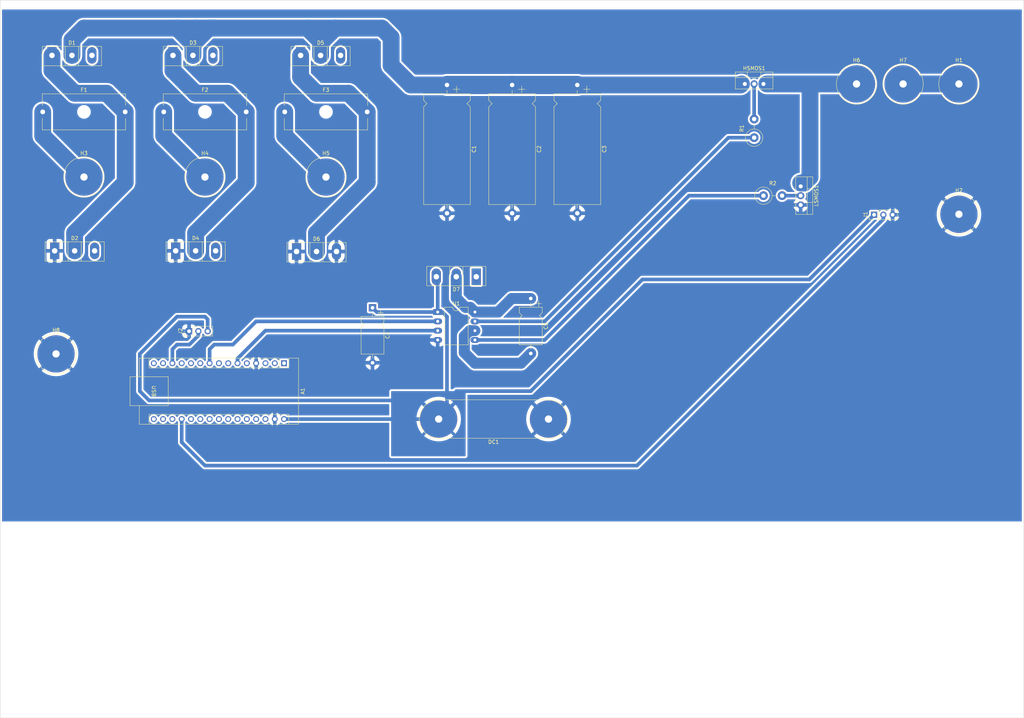
<source format=kicad_pcb>
(kicad_pcb (version 20211014) (generator pcbnew)
  (layers (0 "F.Cu" signal) (31 "B.Cu" signal) (34 "B.Paste" user) (35 "F.Paste" user) (36 "B.SilkS" user "B.Silkscreen") (37 "F.SilkS" user "F.Silkscreen") (38 "B.Mask" user) (39 "F.Mask" user) (44 "Edge.Cuts" user))
  (net 0 "")
  (net 3 "GND")
  (net 4 "sd")
  (net 5 "gate_driver_in")
  (net 23 "+5V")
  (net 25 "Net-(D1-Pad1)")
  (net 26 "Net-(C1-Pad1)")
  (net 29 "Net-(D3-Pad1)")
  (net 32 "Net-(D5-Pad1)")
  (net 35 "Net-(D7-Pad2)")
  (net 36 "Net-(C5-Pad2)")
  (net 37 "Net-(HSMOS1-Pad2)")
  (net 38 "Net-(HSMOS1-Pad3)")
  (net 39 "Net-(LSMOS1-Pad2)")
  (net 40 "HO")
  (net 41 "LO")
  (net 42 "Net-(A1-Pad19)")
  (net 43 "Net-(F1-Pad1)")
  (net 44 "Net-(F2-Pad1)")
  (net 45 "Net-(H5-Pad1)")
  (net 46 "Net-(H1-Pad1)")
  (net 49 "Net-(A1-Pad13)")
  (footprint "Fuse:Fuseholder_Cylinder-5x20mm_Schurter_0031_8201_Horizontal_Open" (layer "F.Cu") (at 82.73 33.02)
    (fp_text reference "F3" (at 11.25 -6) (layer "F.SilkS"))
    (fp_text value "FuseC")
    (fp_line (start -0.11 -1.75) (end -0.11 -4.91) (layer "F.SilkS") (width 0.12))
    (fp_line (start -0.11 4.91) (end -0.11 1.75) (layer "F.SilkS") (width 0.12))
    (fp_line (start 22.61 4.91) (end 22.61 1.75) (layer "F.SilkS") (width 0.12))
    (fp_line (start -0.11 4.91) (end 22.61 4.91) (layer "F.SilkS") (width 0.12))
    (fp_line (start -0.11 -4.91) (end 22.61 -4.91) (layer "F.SilkS") (width 0.12))
    (fp_line (start 22.61 -1.75) (end 22.61 -4.91) (layer "F.SilkS") (width 0.12))
    (pad "" np_thru_hole circle (at 11.25 0) (size 2.7 2.7) (drill 2.7) (layers *.Cu *.Mask))
    (pad "1" thru_hole circle (at 0 0) (size 3 3) (drill 1.3) (layers *.Cu *.Mask) (net 45 "Net-(H5-Pad1)"))
    (pad "2" thru_hole circle (at 22.5 0) (size 3 3) (drill 1.3) (layers *.Cu *.Mask) (net 32 "Net-(D5-Pad1)"))
  )
  (footprint "Resistor_THT:R_Axial_DIN0414_L11.9mm_D4.5mm_P5.08mm_Vertical" (layer "F.Cu") (at 213.36 55.88)
    (fp_text reference "R2" (at 2.54 -3.37) (layer "F.SilkS"))
    (fp_text value "R")
    (fp_line (start 2.37 0) (end 3.58 0) (layer "F.SilkS") (width 0.12))
    (fp_circle (center 0 0) (end 2.37 0) (layer "F.SilkS") (width 0.12) (fill none))
    (pad "1" thru_hole circle (at 0 0) (size 2.4 2.4) (drill 1.2) (layers *.Cu *.Mask) (net 41 "LO"))
    (pad "2" thru_hole oval (at 5.08 0) (size 2.4 2.4) (drill 1.2) (layers *.Cu *.Mask) (net 39 "Net-(LSMOS1-Pad2)"))
  )
  (footprint "Package_DIP:DIP-8_W10.16mm_LongPads" (layer "F.Cu") (at 124.465 87.64)
    (fp_text reference "U1" (at 5.08 -2.33) (layer "F.SilkS"))
    (fp_text value "IR2104")
    (fp_line (start 4.08 -1.33) (end 1.845 -1.33) (layer "F.SilkS") (width 0.12))
    (fp_line (start 8.315 8.95) (end 8.315 -1.33) (layer "F.SilkS") (width 0.12))
    (fp_line (start 1.845 8.95) (end 8.315 8.95) (layer "F.SilkS") (width 0.12))
    (fp_line (start 8.315 -1.33) (end 6.08 -1.33) (layer "F.SilkS") (width 0.12))
    (fp_line (start 1.845 -1.33) (end 1.845 8.95) (layer "F.SilkS") (width 0.12))
    (fp_arc (start 6.08 -1.33) (mid 5.08 -0.33) (end 4.08 -1.33) (layer "F.SilkS") (width 0.12))
    (pad "1" thru_hole rect (at 0 0) (size 2.4 1.6) (drill 0.8) (layers *.Cu *.Mask) (net 23 "+5V"))
    (pad "2" thru_hole oval (at 0 2.54) (size 2.4 1.6) (drill 0.8) (layers *.Cu *.Mask) (net 5 "gate_driver_in"))
    (pad "3" thru_hole oval (at 0 5.08) (size 2.4 1.6) (drill 0.8) (layers *.Cu *.Mask) (net 4 "sd"))
    (pad "4" thru_hole oval (at 0 7.62) (size 2.4 1.6) (drill 0.8) (layers *.Cu *.Mask) (net 3 "GND"))
    (pad "5" thru_hole oval (at 10.16 7.62) (size 2.4 1.6) (drill 0.8) (layers *.Cu *.Mask) (net 41 "LO"))
    (pad "6" thru_hole oval (at 10.16 5.08) (size 2.4 1.6) (drill 0.8) (layers *.Cu *.Mask) (net 36 "Net-(C5-Pad2)"))
    (pad "7" thru_hole oval (at 10.16 2.54) (size 2.4 1.6) (drill 0.8) (layers *.Cu *.Mask) (net 40 "HO"))
    (pad "8" thru_hole oval (at 10.16 0) (size 2.4 1.6) (drill 0.8) (layers *.Cu *.Mask) (net 35 "Net-(D7-Pad2)"))
  )
  (footprint "Package_TO_SOT_THT:TO-247-3_Vertical" (layer "F.Cu") (at 134.99 78.0065 180)
    (fp_text reference "D7" (at 5.45 -3.45) (layer "F.SilkS"))
    (fp_text value "C3D20060D")
    (fp_line (start 3.646 -2.451) (end 3.646 2.82) (layer "F.SilkS") (width 0.12))
    (fp_line (start 13.52 -2.451) (end 13.52 2.82) (layer "F.SilkS") (width 0.12))
    (fp_line (start -2.62 -2.451) (end 13.52 -2.451) (layer "F.SilkS") (width 0.12))
    (fp_line (start -2.62 -2.451) (end -2.62 2.82) (layer "F.SilkS") (width 0.12))
    (fp_line (start -2.62 2.82) (end 13.52 2.82) (layer "F.SilkS") (width 0.12))
    (fp_line (start 7.255 -2.451) (end 7.255 2.82) (layer "F.SilkS") (width 0.12))
    (pad "1" thru_hole rect (at 0 0 180) (size 2.5 4.5) (drill 1.5) (layers *.Cu *.Mask))
    (pad "2" thru_hole oval (at 5.45 0 180) (size 2.5 4.5) (drill 1.5) (layers *.Cu *.Mask) (net 35 "Net-(D7-Pad2)"))
    (pad "3" thru_hole oval (at 10.9 0 180) (size 2.5 4.5) (drill 1.5) (layers *.Cu *.Mask) (net 23 "+5V"))
  )
  (footprint "Fuse:Fuseholder_Cylinder-5x20mm_Schurter_0031_8201_Horizontal_Open" (layer "F.Cu") (at 49.71 33.02)
    (fp_text reference "F2" (at 11.25 -6) (layer "F.SilkS"))
    (fp_text value "FuseB")
    (fp_line (start 22.61 4.91) (end 22.61 1.75) (layer "F.SilkS") (width 0.12))
    (fp_line (start -0.11 4.91) (end 22.61 4.91) (layer "F.SilkS") (width 0.12))
    (fp_line (start -0.11 4.91) (end -0.11 1.75) (layer "F.SilkS") (width 0.12))
    (fp_line (start 22.61 -1.75) (end 22.61 -4.91) (layer "F.SilkS") (width 0.12))
    (fp_line (start -0.11 -1.75) (end -0.11 -4.91) (layer "F.SilkS") (width 0.12))
    (fp_line (start -0.11 -4.91) (end 22.61 -4.91) (layer "F.SilkS") (width 0.12))
    (pad "" np_thru_hole circle (at 11.25 0) (size 2.7 2.7) (drill 2.7) (layers *.Cu *.Mask))
    (pad "1" thru_hole circle (at 0 0) (size 3 3) (drill 1.3) (layers *.Cu *.Mask) (net 44 "Net-(F2-Pad1)"))
    (pad "2" thru_hole circle (at 22.5 0) (size 3 3) (drill 1.3) (layers *.Cu *.Mask) (net 29 "Net-(D3-Pad1)"))
  )
  (footprint "Package_TO_SOT_THT:TO-247-3_Vertical" (layer "F.Cu") (at 52.235 17.6045)
    (fp_text reference "D3" (at 5.45 -3.45) (layer "F.SilkS"))
    (fp_text value "C3D20060D")
    (fp_line (start -2.62 -2.451) (end 13.52 -2.451) (layer "F.SilkS") (width 0.12))
    (fp_line (start 3.646 -2.451) (end 3.646 2.82) (layer "F.SilkS") (width 0.12))
    (fp_line (start 13.52 -2.451) (end 13.52 2.82) (layer "F.SilkS") (width 0.12))
    (fp_line (start -2.62 2.82) (end 13.52 2.82) (layer "F.SilkS") (width 0.12))
    (fp_line (start -2.62 -2.451) (end -2.62 2.82) (layer "F.SilkS") (width 0.12))
    (fp_line (start 7.255 -2.451) (end 7.255 2.82) (layer "F.SilkS") (width 0.12))
    (pad "1" thru_hole rect (at 0 0) (size 2.5 4.5) (drill 1.5) (layers *.Cu *.Mask) (net 29 "Net-(D3-Pad1)"))
    (pad "2" thru_hole oval (at 5.45 0) (size 2.5 4.5) (drill 1.5) (layers *.Cu *.Mask) (net 26 "Net-(C1-Pad1)"))
    (pad "3" thru_hole oval (at 10.9 0) (size 2.5 4.5) (drill 1.5) (layers *.Cu *.Mask))
  )
  (footprint "Resistor_THT:R_Axial_DIN0414_L11.9mm_D4.5mm_P5.08mm_Vertical" (layer "F.Cu") (at 210.82 40.06 90)
    (fp_text reference "R1" (at 2.54 -3.37 90) (layer "F.SilkS"))
    (fp_text value "R")
    (fp_line (start 2.37 0) (end 3.58 0) (layer "F.SilkS") (width 0.12))
    (fp_circle (center 0 0) (end 2.37 0) (layer "F.SilkS") (width 0.12) (fill none))
    (pad "1" thru_hole circle (at 0 0 90) (size 2.4 2.4) (drill 1.2) (layers *.Cu *.Mask) (net 40 "HO"))
    (pad "2" thru_hole oval (at 5.08 0 90) (size 2.4 2.4) (drill 1.2) (layers *.Cu *.Mask) (net 37 "Net-(HSMOS1-Pad2)"))
  )
  (footprint "Package_TO_SOT_THT:TO-220-3_Vertical" (layer "F.Cu") (at 208.28 25.4)
    (fp_text reference "HSMOS1" (at 2.54 -4.27) (layer "F.SilkS"))
    (fp_text value "IRF40DM229")
    (fp_line (start 7.66 -3.27) (end 7.66 1.371) (layer "F.SilkS") (width 0.12))
    (fp_line (start -2.58 -3.27) (end 7.66 -3.27) (layer "F.SilkS") (width 0.12))
    (fp_line (start 0.69 -3.27) (end 0.69 -1.76) (layer "F.SilkS") (width 0.12))
    (fp_line (start -2.58 1.371) (end 7.66 1.371) (layer "F.SilkS") (width 0.12))
    (fp_line (start -2.58 -3.27) (end -2.58 1.371) (layer "F.SilkS") (width 0.12))
    (fp_line (start -2.58 -1.76) (end 7.66 -1.76) (layer "F.SilkS") (width 0.12))
    (fp_line (start 4.391 -3.27) (end 4.391 -1.76) (layer "F.SilkS") (width 0.12))
    (pad "1" thru_hole rect (at 0 0) (size 1.905 2) (drill 1.1) (layers *.Cu *.Mask) (net 26 "Net-(C1-Pad1)"))
    (pad "2" thru_hole oval (at 2.54 0) (size 1.905 2) (drill 1.1) (layers *.Cu *.Mask) (net 37 "Net-(HSMOS1-Pad2)"))
    (pad "3" thru_hole oval (at 5.08 0) (size 1.905 2) (drill 1.1) (layers *.Cu *.Mask) (net 38 "Net-(HSMOS1-Pad3)"))
  )
  (footprint "Package_TO_SOT_THT:TO-247-3_Vertical" (layer "F.Cu") (at 19.215 17.6045)
    (fp_text reference "D1" (at 5.45 -3.45) (layer "F.SilkS"))
    (fp_text value "C3D20060D")
    (fp_line (start -2.62 -2.451) (end 13.52 -2.451) (layer "F.SilkS") (width 0.12))
    (fp_line (start 7.255 -2.451) (end 7.255 2.82) (layer "F.SilkS") (width 0.12))
    (fp_line (start 13.52 -2.451) (end 13.52 2.82) (layer "F.SilkS") (width 0.12))
    (fp_line (start 3.646 -2.451) (end 3.646 2.82) (layer "F.SilkS") (width 0.12))
    (fp_line (start -2.62 -2.451) (end -2.62 2.82) (layer "F.SilkS") (width 0.12))
    (fp_line (start -2.62 2.82) (end 13.52 2.82) (layer "F.SilkS") (width 0.12))
    (pad "1" thru_hole rect (at 0 0) (size 2.5 4.5) (drill 1.5) (layers *.Cu *.Mask) (net 25 "Net-(D1-Pad1)"))
    (pad "2" thru_hole oval (at 5.45 0) (size 2.5 4.5) (drill 1.5) (layers *.Cu *.Mask) (net 26 "Net-(C1-Pad1)"))
    (pad "3" thru_hole oval (at 10.9 0) (size 2.5 4.5) (drill 1.5) (layers *.Cu *.Mask))
  )
  (footprint "Package_TO_SOT_THT:TO-247-3_Vertical" (layer "F.Cu") (at 87.061 17.614)
    (fp_text reference "D5" (at 5.45 -3.45) (layer "F.SilkS"))
    (fp_text value "C3D20060D")
    (fp_line (start -2.62 2.82) (end 13.52 2.82) (layer "F.SilkS") (width 0.12))
    (fp_line (start -2.62 -2.451) (end -2.62 2.82) (layer "F.SilkS") (width 0.12))
    (fp_line (start 7.255 -2.451) (end 7.255 2.82) (layer "F.SilkS") (width 0.12))
    (fp_line (start 13.52 -2.451) (end 13.52 2.82) (layer "F.SilkS") (width 0.12))
    (fp_line (start -2.62 -2.451) (end 13.52 -2.451) (layer "F.SilkS") (width 0.12))
    (fp_line (start 3.646 -2.451) (end 3.646 2.82) (layer "F.SilkS") (width 0.12))
    (pad "1" thru_hole rect (at 0 0) (size 2.5 4.5) (drill 1.5) (layers *.Cu *.Mask) (net 32 "Net-(D5-Pad1)"))
    (pad "2" thru_hole oval (at 5.45 0) (size 2.5 4.5) (drill 1.5) (layers *.Cu *.Mask) (net 26 "Net-(C1-Pad1)"))
    (pad "3" thru_hole oval (at 10.9 0) (size 2.5 4.5) (drill 1.5) (layers *.Cu *.Mask))
  )
  (footprint "Package_TO_SOT_THT:TO-247-3_Vertical" (layer "F.Cu") (at 52.97 70.94)
    (fp_text reference "D4" (at 5.45 -3.45) (layer "F.SilkS"))
    (fp_text value "C3D20060D")
    (fp_line (start 13.52 -2.451) (end 13.52 2.82) (layer "F.SilkS") (width 0.12))
    (fp_line (start 3.646 -2.451) (end 3.646 2.82) (layer "F.SilkS") (width 0.12))
    (fp_line (start -2.62 -2.451) (end -2.62 2.82) (layer "F.SilkS") (width 0.12))
    (fp_line (start 7.255 -2.451) (end 7.255 2.82) (layer "F.SilkS") (width 0.12))
    (fp_line (start -2.62 -2.451) (end 13.52 -2.451) (layer "F.SilkS") (width 0.12))
    (fp_line (start -2.62 2.82) (end 13.52 2.82) (layer "F.SilkS") (width 0.12))
    (pad "1" thru_hole rect (at 0 0) (size 2.5 4.5) (drill 1.5) (layers *.Cu *.Mask) (net 3 "GND"))
    (pad "2" thru_hole oval (at 5.45 0) (size 2.5 4.5) (drill 1.5) (layers *.Cu *.Mask) (net 29 "Net-(D3-Pad1)"))
    (pad "3" thru_hole oval (at 10.9 0) (size 2.5 4.5) (drill 1.5) (layers *.Cu *.Mask))
  )
  (footprint "Connector:Banana_Jack_1Pin" (layer "F.Cu") (at 251.46 25.4)
    (fp_text reference "H7" (at 0 -6.5) (layer "F.SilkS"))
    (fp_text value "CS2")
    (fp_circle (center 0 0) (end 5.5 0) (layer "F.SilkS") (width 0.12) (fill none))
    (pad "1" thru_hole circle (at 0 0) (size 10.16 10.16) (drill 2) (layers *.Cu *.Mask) (net 46 "Net-(H1-Pad1)"))
  )
  (footprint "Capacitor_THT:CP_Axial_L10.0mm_D6.0mm_P15.00mm_Horizontal" (layer "F.Cu") (at 149.86 83.94 -90)
    (fp_text reference "C5" (at 7.5 -4.12 90) (layer "F.SilkS"))
    (fp_text value "C")
    (fp_line (start 4.63 2.37) (end 5.38 3.12) (layer "F.SilkS") (width 0.12))
    (fp_line (start 13.76 0) (end 12.62 0) (layer "F.SilkS") (width 0.12))
    (fp_line (start 2.38 -3.12) (end 3.88 -3.12) (layer "F.SilkS") (width 0.12))
    (fp_line (start 12.62 -3.12) (end 12.62 3.12) (layer "F.SilkS") (width 0.12))
    (fp_line (start 3.88 3.12) (end 4.63 2.37) (layer "F.SilkS") (width 0.12))
    (fp_line (start 3.88 -3.12) (end 4.63 -2.37) (layer "F.SilkS") (width 0.12))
    (fp_line (start 4.63 -2.37) (end 5.38 -3.12) (layer "F.SilkS") (width 0.12))
    (fp_line (start 2.38 -3.12) (end 2.38 3.12) (layer "F.SilkS") (width 0.12))
    (fp_line (start 5.38 3.12) (end 12.62 3.12) (layer "F.SilkS") (width 0.12))
    (fp_line (start 5.38 -3.12) (end 12.62 -3.12) (layer "F.SilkS") (width 0.12))
    (fp_line (start 0.63 -2.2) (end 2.13 -2.2) (layer "F.SilkS") (width 0.12))
    (fp_line (start 2.38 3.12) (end 3.88 3.12) (layer "F.SilkS") (width 0.12))
    (fp_line (start 1.24 0) (end 2.38 0) (layer "F.SilkS") (width 0.12))
    (fp_line (start 1.38 -2.95) (end 1.38 -1.45) (layer "F.SilkS") (width 0.12))
    (pad "1" thru_hole rect (at 0 0 270) (size 2 2) (drill 1) (layers *.Cu *.Mask) (net 35 "Net-(D7-Pad2)"))
    (pad "2" thru_hole oval (at 15 0 270) (size 2 2) (drill 1) (layers *.Cu *.Mask) (net 36 "Net-(C5-Pad2)"))
  )
  (footprint "Connector:Banana_Jack_1Pin" (layer "F.Cu") (at 60.96 50.8)
    (fp_text reference "H4" (at 0 -6.5) (layer "F.SilkS"))
    (fp_text value "PhaseB")
    (fp_circle (center 0 0) (end 5.5 0) (layer "F.SilkS") (width 0.12) (fill none))
    (pad "1" thru_hole circle (at 0 0) (size 10.16 10.16) (drill 2) (layers *.Cu *.Mask) (net 44 "Net-(F2-Pad1)"))
  )
  (footprint "Connector:Banana_Jack_2Pin" (layer "F.Cu") (at 154.7 116.84 180)
    (fp_text reference "DC1" (at 14.985 -6.24) (layer "F.SilkS"))
    (fp_text value "Conn_01x02_MountingPin")
    (fp_line (start 30 -5.25) (end 0 -5.25) (layer "F.SilkS") (width 0.12))
    (fp_line (start 0 5.25) (end 30 5.25) (layer "F.SilkS") (width 0.12))
    (fp_arc (start 30 -5.25) (mid 35.25 0) (end 30 5.25) (layer "F.SilkS") (width 0.12))
    (fp_arc (start 0 5.25) (mid -5.25 0) (end 0 -5.25) (layer "F.SilkS") (width 0.12))
    (pad "1" thru_hole circle (at 0 0 180) (size 10.16 10.16) (drill 2) (layers *.Cu *.Mask) (net 3 "GND"))
    (pad "2" thru_hole circle (at 29.97 0 180) (size 10.16 10.16) (drill 2) (layers *.Cu *.Mask) (net 23 "+5V"))
  )
  (footprint "Connector:Banana_Jack_1Pin" (layer "F.Cu") (at 238.76 25.4)
    (fp_text reference "H6" (at 0 -6.5) (layer "F.SilkS"))
    (fp_text value "CS1")
    (fp_circle (center 0 0) (end 5.5 0) (layer "F.SilkS") (width 0.12) (fill none))
    (pad "1" thru_hole circle (at 0 0) (size 10.16 10.16) (drill 2) (layers *.Cu *.Mask) (net 38 "Net-(HSMOS1-Pad3)"))
  )
  (footprint "Connector_PinHeader_2.54mm:PinHeader_1x03_P2.54mm_Vertical" (layer "F.Cu") (at 56.62 92.8625 90)
    (fp_text reference "J2" (at 0 -2.33 90) (layer "F.SilkS"))
    (fp_text value "IRsensor")
    (fp_line (start -1.33 1.27) (end -1.33 6.41) (layer "F.SilkS") (width 0.12))
    (fp_line (start 1.33 1.27) (end 1.33 6.41) (layer "F.SilkS") (width 0.12))
    (fp_line (start -1.33 6.41) (end 1.33 6.41) (layer "F.SilkS") (width 0.12))
    (fp_line (start -1.33 -1.33) (end 0 -1.33) (layer "F.SilkS") (width 0.12))
    (fp_line (start -1.33 1.27) (end 1.33 1.27) (layer "F.SilkS") (width 0.12))
    (fp_line (start -1.33 0) (end -1.33 -1.33) (layer "F.SilkS") (width 0.12))
    (pad "1" thru_hole rect (at 0 0 90) (size 1.7 1.7) (drill 1) (layers *.Cu *.Mask) (net 3 "GND"))
    (pad "2" thru_hole oval (at 0 2.54 90) (size 1.7 1.7) (drill 1) (layers *.Cu *.Mask) (net 49 "Net-(A1-Pad13)"))
    (pad "3" thru_hole oval (at 0 5.08 90) (size 1.7 1.7) (drill 1) (layers *.Cu *.Mask) (net 23 "+5V"))
  )
  (footprint "Capacitor_THT:CP_Axial_L30.0mm_D12.5mm_P35.00mm_Horizontal" (layer "F.Cu") (at 162.56 25.68 -90)
    (fp_text reference "C3" (at 17.5 -7.37 90) (layer "F.SilkS"))
    (fp_text value "C")
    (fp_line (start 5.08 -5.47) (end 5.98 -6.37) (layer "F.SilkS") (width 0.12))
    (fp_line (start 4.18 -6.37) (end 5.08 -5.47) (layer "F.SilkS") (width 0.12))
    (fp_line (start 2.38 -6.37) (end 4.18 -6.37) (layer "F.SilkS") (width 0.12))
    (fp_line (start 2.38 6.37) (end 4.18 6.37) (layer "F.SilkS") (width 0.12))
    (fp_line (start 32.62 -6.37) (end 32.62 6.37) (layer "F.SilkS") (width 0.12))
    (fp_line (start 2.38 -6.37) (end 2.38 6.37) (layer "F.SilkS") (width 0.12))
    (fp_line (start 33.56 0) (end 32.62 0) (layer "F.SilkS") (width 0.12))
    (fp_line (start 5.98 6.37) (end 32.62 6.37) (layer "F.SilkS") (width 0.12))
    (fp_line (start 1.18 -3.5) (end 1.18 -1.7) (layer "F.SilkS") (width 0.12))
    (fp_line (start 5.08 5.47) (end 5.98 6.37) (layer "F.SilkS") (width 0.12))
    (fp_line (start 1.44 0) (end 2.38 0) (layer "F.SilkS") (width 0.12))
    (fp_line (start 5.98 -6.37) (end 32.62 -6.37) (layer "F.SilkS") (width 0.12))
    (fp_line (start 4.18 6.37) (end 5.08 5.47) (layer "F.SilkS") (width 0.12))
    (fp_line (start 0.28 -2.6) (end 2.08 -2.6) (layer "F.SilkS") (width 0.12))
    (pad "1" thru_hole rect (at 0 0 270) (size 2.4 2.4) (drill 1.2) (layers *.Cu *.Mask) (net 26 "Net-(C1-Pad1)"))
    (pad "2" thru_hole oval (at 35 0 270) (size 2.4 2.4) (drill 1.2) (layers *.Cu *.Mask) (net 3 "GND"))
  )
  (footprint "Package_TO_SOT_THT:TO-247-3_Vertical" (layer "F.Cu") (at 85.95 71.125)
    (fp_text reference "D6" (at 5.45 -3.45) (layer "F.SilkS"))
    (fp_text value "C3D20060D")
    (fp_line (start 13.52 -2.451) (end 13.52 2.82) (layer "F.SilkS") (width 0.12))
    (fp_line (start -2.62 -2.451) (end -2.62 2.82) (layer "F.SilkS") (width 0.12))
    (fp_line (start 7.255 -2.451) (end 7.255 2.82) (layer "F.SilkS") (width 0.12))
    (fp_line (start -2.62 2.82) (end 13.52 2.82) (layer "F.SilkS") (width 0.12))
    (fp_line (start -2.62 -2.451) (end 13.52 -2.451) (layer "F.SilkS") (width 0.12))
    (fp_line (start 3.646 -2.451) (end 3.646 2.82) (layer "F.SilkS") (width 0.12))
    (pad "1" thru_hole rect (at 0 0) (size 2.5 4.5) (drill 1.5) (layers *.Cu *.Mask) (net 3 "GND"))
    (pad "2" thru_hole oval (at 5.45 0) (size 2.5 4.5) (drill 1.5) (layers *.Cu *.Mask) (net 32 "Net-(D5-Pad1)"))
    (pad "3" thru_hole oval (at 10.9 0) (size 2.5 4.5) (drill 1.5) (layers *.Cu *.Mask) (net 3 "GND"))
  )
  (footprint "Connector:Banana_Jack_1Pin" (layer "F.Cu") (at 266.7 25.4)
    (fp_text reference "H1" (at 0 -6.5) (layer "F.SilkS"))
    (fp_text value "A+")
    (fp_circle (center 0 0) (end 5.5 0) (layer "F.SilkS") (width 0.12) (fill none))
    (pad "1" thru_hole circle (at 0 0) (size 10.16 10.16) (drill 2) (layers *.Cu *.Mask) (net 46 "Net-(H1-Pad1)"))
  )
  (footprint "Package_TO_SOT_THT:TO-247-3_Vertical" (layer "F.Cu") (at 19.95 70.94)
    (fp_text reference "D2" (at 5.45 -3.45) (layer "F.SilkS"))
    (fp_text value "C3D20060D")
    (fp_line (start 7.255 -2.451) (end 7.255 2.82) (layer "F.SilkS") (width 0.12))
    (fp_line (start -2.62 -2.451) (end 13.52 -2.451) (layer "F.SilkS") (width 0.12))
    (fp_line (start 13.52 -2.451) (end 13.52 2.82) (layer "F.SilkS") (width 0.12))
    (fp_line (start -2.62 2.82) (end 13.52 2.82) (layer "F.SilkS") (width 0.12))
    (fp_line (start 3.646 -2.451) (end 3.646 2.82) (layer "F.SilkS") (width 0.12))
    (fp_line (start -2.62 -2.451) (end -2.62 2.82) (layer "F.SilkS") (width 0.12))
    (pad "1" thru_hole rect (at 0 0) (size 2.5 4.5) (drill 1.5) (layers *.Cu *.Mask) (net 3 "GND"))
    (pad "2" thru_hole oval (at 5.45 0) (size 2.5 4.5) (drill 1.5) (layers *.Cu *.Mask) (net 25 "Net-(D1-Pad1)"))
    (pad "3" thru_hole oval (at 10.9 0) (size 2.5 4.5) (drill 1.5) (layers *.Cu *.Mask))
  )
  (footprint "Connector:Banana_Jack_1Pin" (layer "F.Cu") (at 27.94 50.8)
    (fp_text reference "H3" (at 0 -6.5) (layer "F.SilkS"))
    (fp_text value "PhaseA")
    (fp_circle (center 0 0) (end 5.5 0) (layer "F.SilkS") (width 0.12) (fill none))
    (pad "1" thru_hole circle (at 0 0) (size 10.16 10.16) (drill 2) (layers *.Cu *.Mask) (net 43 "Net-(F1-Pad1)"))
  )
  (footprint "Connector:Banana_Jack_1Pin" (layer "F.Cu") (at 266.7 60.96)
    (fp_text reference "H2" (at 0 -6.5) (layer "F.SilkS"))
    (fp_text value "A-")
    (fp_circle (center 0 0) (end 5.5 0) (layer "F.SilkS") (width 0.12) (fill none))
    (pad "1" thru_hole circle (at 0 0) (size 10.16 10.16) (drill 2) (layers *.Cu *.Mask) (net 3 "GND"))
  )
  (footprint "Connector:Banana_Jack_1Pin" (layer "F.Cu") (at 93.98 50.8)
    (fp_text reference "H5" (at 0 -6.5) (layer "F.SilkS"))
    (fp_text value "PhaseC")
    (fp_circle (center 0 0) (end 5.5 0) (layer "F.SilkS") (width 0.12) (fill none))
    (pad "1" thru_hole circle (at 0 0) (size 10.16 10.16) (drill 2) (layers *.Cu *.Mask) (net 45 "Net-(H5-Pad1)"))
  )
  (footprint "Capacitor_THT:CP_Axial_L10.0mm_D6.0mm_P15.00mm_Horizontal" (layer "F.Cu") (at 106.68 86.48 -90)
    (fp_text reference "C4" (at 7.5 -4.12 90) (layer "F.SilkS"))
    (fp_text value "C")
    (fp_line (start 1.24 0) (end 2.38 0) (layer "F.SilkS") (width 0.12))
    (fp_line (start 5.38 3.12) (end 12.62 3.12) (layer "F.SilkS") (width 0.12))
    (fp_line (start 12.62 -3.12) (end 12.62 3.12) (layer "F.SilkS") (width 0.12))
    (fp_line (start 2.38 -3.12) (end 2.38 3.12) (layer "F.SilkS") (width 0.12))
    (fp_line (start 4.63 -2.37) (end 5.38 -3.12) (layer "F.SilkS") (width 0.12))
    (fp_line (start 13.76 0) (end 12.62 0) (layer "F.SilkS") (width 0.12))
    (fp_line (start 4.63 2.37) (end 5.38 3.12) (layer "F.SilkS") (width 0.12))
    (fp_line (start 3.88 3.12) (end 4.63 2.37) (layer "F.SilkS") (width 0.12))
    (fp_line (start 1.38 -2.95) (end 1.38 -1.45) (layer "F.SilkS") (width 0.12))
    (fp_line (start 5.38 -3.12) (end 12.62 -3.12) (layer "F.SilkS") (width 0.12))
    (fp_line (start 2.38 3.12) (end 3.88 3.12) (layer "F.SilkS") (width 0.12))
    (fp_line (start 0.63 -2.2) (end 2.13 -2.2) (layer "F.SilkS") (width 0.12))
    (fp_line (start 3.88 -3.12) (end 4.63 -2.37) (layer "F.SilkS") (width 0.12))
    (fp_line (start 2.38 -3.12) (end 3.88 -3.12) (layer "F.SilkS") (width 0.12))
    (pad "1" thru_hole rect (at 0 0 270) (size 2 2) (drill 1) (layers *.Cu *.Mask) (net 23 "+5V"))
    (pad "2" thru_hole oval (at 15 0 270) (size 2 2) (drill 1) (layers *.Cu *.Mask) (net 3 "GND"))
  )
  (footprint "Capacitor_THT:CP_Axial_L30.0mm_D12.5mm_P35.00mm_Horizontal" (layer "F.Cu") (at 144.78 25.68 -90)
    (fp_text reference "C2" (at 17.5 -7.37 90) (layer "F.SilkS"))
    (fp_text value "C")
    (fp_line (start 5.08 -5.47) (end 5.98 -6.37) (layer "F.SilkS") (width 0.12))
    (fp_line (start 33.56 0) (end 32.62 0) (layer "F.SilkS") (width 0.12))
    (fp_line (start 4.18 6.37) (end 5.08 5.47) (layer "F.SilkS") (width 0.12))
    (fp_line (start 1.18 -3.5) (end 1.18 -1.7) (layer "F.SilkS") (width 0.12))
    (fp_line (start 5.98 6.37) (end 32.62 6.37) (layer "F.SilkS") (width 0.12))
    (fp_line (start 2.38 -6.37) (end 2.38 6.37) (layer "F.SilkS") (width 0.12))
    (fp_line (start 32.62 -6.37) (end 32.62 6.37) (layer "F.SilkS") (width 0.12))
    (fp_line (start 4.18 -6.37) (end 5.08 -5.47) (layer "F.SilkS") (width 0.12))
    (fp_line (start 5.08 5.47) (end 5.98 6.37) (layer "F.SilkS") (width 0.12))
    (fp_line (start 0.28 -2.6) (end 2.08 -2.6) (layer "F.SilkS") (width 0.12))
    (fp_line (start 2.38 6.37) (end 4.18 6.37) (layer "F.SilkS") (width 0.12))
    (fp_line (start 5.98 -6.37) (end 32.62 -6.37) (layer "F.SilkS") (width 0.12))
    (fp_line (start 2.38 -6.37) (end 4.18 -6.37) (layer "F.SilkS") (width 0.12))
    (fp_line (start 1.44 0) (end 2.38 0) (layer "F.SilkS") (width 0.12))
    (pad "1" thru_hole rect (at 0 0 270) (size 2.4 2.4) (drill 1.2) (layers *.Cu *.Mask) (net 26 "Net-(C1-Pad1)"))
    (pad "2" thru_hole oval (at 35 0 270) (size 2.4 2.4) (drill 1.2) (layers *.Cu *.Mask) (net 3 "GND"))
  )
  (footprint "Module:Arduino_Nano" (layer "F.Cu") (at 82.55 101.61 -90)
    (fp_text reference "A1" (at 7.62 -5.08 90) (layer "F.SilkS"))
    (fp_text value "Arduino_Nano_Every")
    (fp_text user "USB" (at 7.62 35.56 -90 unlocked) (layer "F.SilkS"))
    (fp_line (start 11.56 31.62) (end 11.56 42.04) (layer "F.SilkS") (width 0.12))
    (fp_line (start 1.27 36.83) (end -1.4 36.83) (layer "F.SilkS") (width 0.12))
    (fp_line (start 16.64 -3.94) (end -1.4 -3.94) (layer "F.SilkS") (width 0.12))
    (fp_line (start -1.4 1.27) (end -1.4 39.5) (layer "F.SilkS") (width 0.12))
    (fp_line (start 13.97 36.83) (end 16.64 36.83) (layer "F.SilkS") (width 0.12))
    (fp_line (start 1.27 -1.27) (end -1.4 -1.27) (layer "F.SilkS") (width 0.12))
    (fp_line (start 16.64 39.5) (end 11.56 39.5) (layer "F.SilkS") (width 0.12))
    (fp_line (start 1.27 1.27) (end -1.4 1.27) (layer "F.SilkS") (width 0.12))
    (fp_line (start 1.27 1.27) (end 1.27 36.83) (layer "F.SilkS") (width 0.12))
    (fp_line (start 1.27 1.27) (end 1.27 -1.27) (layer "F.SilkS") (width 0.12))
    (fp_line (start 13.97 -1.27) (end 13.97 36.83) (layer "F.SilkS") (width 0.12))
    (fp_line (start -1.4 39.5) (end 3.68 39.5) (layer "F.SilkS") (width 0.12))
    (fp_line (start 11.56 42.04) (end 3.68 42.04) (layer "F.SilkS") (width 0.12))
    (fp_line (start 3.68 31.62) (end 11.56 31.62) (layer "F.SilkS") (width 0.12))
    (fp_line (start 3.68 42.04) (end 3.68 31.62) (layer "F.SilkS") (width 0.12))
    (fp_line (start 16.64 39.5) (end 16.64 -3.94) (layer "F.SilkS") (width 0.12))
    (fp_line (start -1.4 -3.94) (end -1.4 -1.27) (layer "F.SilkS") (width 0.12))
    (fp_line (start 13.97 -1.27) (end 16.64 -1.27) (layer "F.SilkS") (width 0.12))
    (pad "1" thru_hole rect (at 0 0 270) (size 1.6 1.6) (drill 1) (layers *.Cu *.Mask))
    (pad "2" thru_hole oval (at 0 2.54 270) (size 1.6 1.6) (drill 1) (layers *.Cu *.Mask))
    (pad "3" thru_hole oval (at 0 5.08 270) (size 1.6 1.6) (drill 1) (layers *.Cu *.Mask))
    (pad "4" thru_hole oval (at 0 7.62 270) (size 1.6 1.6) (drill 1) (layers *.Cu *.Mask) (net 3 "GND"))
    (pad "5" thru_hole oval (at 0 10.16 270) (size 1.6 1.6) (drill 1) (layers *.Cu *.Mask))
    (pad "6" thru_hole oval (at 0 12.7 270) (size 1.6 1.6) (drill 1) (layers *.Cu *.Mask) (net 4 "sd"))
    (pad "7" thru_hole oval (at 0 15.24 270) (size 1.6 1.6) (drill 1) (layers *.Cu *.Mask))
    (pad "8" thru_hole oval (at 0 17.78 270) (size 1.6 1.6) (drill 1) (layers *.Cu *.Mask))
    (pad "9" thru_hole oval (at 0 20.32 270) (size 1.6 1.6) (drill 1) (layers *.Cu *.Mask) (net 5 "gate_driver_in"))
    (pad "10" thru_hole oval (at 0 22.86 270) (size 1.6 1.6) (drill 1) (layers *.Cu *.Mask))
    (pad "11" thru_hole oval (at 0 25.4 270) (size 1.6 1.6) (drill 1) (layers *.Cu *.Mask))
    (pad "12" thru_hole oval (at 0 27.94 270) (size 1.6 1.6) (drill 1) (layers *.Cu *.Mask))
    (pad "13" thru_hole oval (at 0 30.48 270) (size 1.6 1.6) (drill 1) (layers *.Cu *.Mask) (net 49 "Net-(A1-Pad13)"))
    (pad "14" thru_hole oval (at 0 33.02 270) (size 1.6 1.6) (drill 1) (layers *.Cu *.Mask))
    (pad "15" thru_hole oval (at 0 35.56 270) (size 1.6 1.6) (drill 1) (layers *.Cu *.Mask))
    (pad "16" thru_hole oval (at 15.24 35.56 270) (size 1.6 1.6) (drill 1) (layers *.Cu *.Mask))
    (pad "17" thru_hole oval (at 15.24 33.02 270) (size 1.6 1.6) (drill 1) (layers *.Cu *.Mask))
    (pad "18" thru_hole oval (at 15.24 30.48 270) (size 1.6 1.6) (drill 1) (layers *.Cu *.Mask))
    (pad "19" thru_hole oval (at 15.24 27.94 270) (size 1.6 1.6) (drill 1) (layers *.Cu *.Mask) (net 42 "Net-(A1-Pad19)"))
    (pad "20" thru_hole oval (at 15.24 25.4 270) (size 1.6 1.6) (drill 1) (layers *.Cu *.Mask))
    (pad "21" thru_hole oval (at 15.24 22.86 270) (size 1.6 1.6) (drill 1) (layers *.Cu *.Mask))
    (pad "22" thru_hole oval (at 15.24 20.32 270) (size 1.6 1.6) (drill 1) (layers *.Cu *.Mask))
    (pad "23" thru_hole oval (at 15.24 17.78 270) (size 1.6 1.6) (drill 1) (layers *.Cu *.Mask))
    (pad "24" thru_hole oval (at 15.24 15.24 270) (size 1.6 1.6) (drill 1) (layers *.Cu *.Mask))
    (pad "25" thru_hole oval (at 15.24 12.7 270) (size 1.6 1.6) (drill 1) (layers *.Cu *.Mask))
    (pad "26" thru_hole oval (at 15.24 10.16 270) (size 1.6 1.6) (drill 1) (layers *.Cu *.Mask))
    (pad "27" thru_hole oval (at 15.24 7.62 270) (size 1.6 1.6) (drill 1) (layers *.Cu *.Mask))
    (pad "28" thru_hole oval (at 15.24 5.08 270) (size 1.6 1.6) (drill 1) (layers *.Cu *.Mask))
    (pad "29" thru_hole oval (at 15.24 2.54 270) (size 1.6 1.6) (drill 1) (layers *.Cu *.Mask) (net 3 "GND"))
    (pad "30" thru_hole oval (at 15.24 0 270) (size 1.6 1.6) (drill 1) (layers *.Cu *.Mask) (net 23 "+5V"))
  )
  (footprint "Capacitor_THT:CP_Axial_L30.0mm_D12.5mm_P35.00mm_Horizontal" (layer "F.Cu") (at 127 25.68 -90)
    (fp_text reference "C1" (at 17.5 -7.37 90) (layer "F.SilkS"))
    (fp_text value "C")
    (fp_line (start 1.44 0) (end 2.38 0) (layer "F.SilkS") (width 0.12))
    (fp_line (start 32.62 -6.37) (end 32.62 6.37) (layer "F.SilkS") (width 0.12))
    (fp_line (start 2.38 6.37) (end 4.18 6.37) (layer "F.SilkS") (width 0.12))
    (fp_line (start 2.38 -6.37) (end 2.38 6.37) (layer "F.SilkS") (width 0.12))
    (fp_line (start 1.18 -3.5) (end 1.18 -1.7) (layer "F.SilkS") (width 0.12))
    (fp_line (start 5.98 6.37) (end 32.62 6.37) (layer "F.SilkS") (width 0.12))
    (fp_line (start 5.08 5.47) (end 5.98 6.37) (layer "F.SilkS") (width 0.12))
    (fp_line (start 4.18 6.37) (end 5.08 5.47) (layer "F.SilkS") (width 0.12))
    (fp_line (start 5.08 -5.47) (end 5.98 -6.37) (layer "F.SilkS") (width 0.12))
    (fp_line (start 33.56 0) (end 32.62 0) (layer "F.SilkS") (width 0.12))
    (fp_line (start 0.28 -2.6) (end 2.08 -2.6) (layer "F.SilkS") (width 0.12))
    (fp_line (start 5.98 -6.37) (end 32.62 -6.37) (layer "F.SilkS") (width 0.12))
    (fp_line (start 4.18 -6.37) (end 5.08 -5.47) (layer "F.SilkS") (width 0.12))
    (fp_line (start 2.38 -6.37) (end 4.18 -6.37) (layer "F.SilkS") (width 0.12))
    (pad "1" thru_hole rect (at 0 0 270) (size 2.4 2.4) (drill 1.2) (layers *.Cu *.Mask) (net 26 "Net-(C1-Pad1)"))
    (pad "2" thru_hole oval (at 35 0 270) (size 2.4 2.4) (drill 1.2) (layers *.Cu *.Mask) (net 3 "GND"))
  )
  (footprint "Connector:Banana_Jack_1Pin" (layer "F.Cu") (at 20.32 99.06)
    (fp_text reference "H8" (at 0 -6.5) (layer "F.SilkS"))
    (fp_text value "Ground")
    (fp_circle (center 0 0) (end 5.5 0) (layer "F.SilkS") (width 0.12) (fill none))
    (pad "1" thru_hole circle (at 0 0) (size 10.16 10.16) (drill 2) (layers *.Cu *.Mask) (net 3 "GND"))
  )
  (footprint "Package_TO_SOT_THT:TO-220-3_Vertical" (layer "F.Cu") (at 223.52 53.34 -90)
    (fp_text reference "LSMOS1" (at 2.54 -4.27 -90) (layer "F.SilkS"))
    (fp_text value "IRF40DM229")
    (fp_line (start 0.69 -3.27) (end 0.69 -1.76) (layer "F.SilkS") (width 0.12))
    (fp_line (start -2.58 -1.76) (end 7.66 -1.76) (layer "F.SilkS") (width 0.12))
    (fp_line (start 4.391 -3.27) (end 4.391 -1.76) (layer "F.SilkS") (width 0.12))
    (fp_line (start -2.58 1.371) (end 7.66 1.371) (layer "F.SilkS") (width 0.12))
    (fp_line (start -2.58 -3.27) (end 7.66 -3.27) (layer "F.SilkS") (width 0.12))
    (fp_line (start 7.66 -3.27) (end 7.66 1.371) (layer "F.SilkS") (width 0.12))
    (fp_line (start -2.58 -3.27) (end -2.58 1.371) (layer "F.SilkS") (width 0.12))
    (pad "1" thru_hole rect (at 0 0 270) (size 1.905 2) (drill 1.1) (layers *.Cu *.Mask) (net 38 "Net-(HSMOS1-Pad3)"))
    (pad "2" thru_hole oval (at 2.54 0 270) (size 1.905 2) (drill 1.1) (layers *.Cu *.Mask) (net 39 "Net-(LSMOS1-Pad2)"))
    (pad "3" thru_hole oval (at 5.08 0 270) (size 1.905 2) (drill 1.1) (layers *.Cu *.Mask) (net 3 "GND"))
  )
  (footprint "Connector_PinHeader_2.54mm:PinHeader_1x03_P2.54mm_Vertical" (layer "F.Cu") (at 243.5375 61.09362 90)
    (fp_text reference "J1" (at 0 -2.33 90) (layer "F.SilkS"))
    (fp_text value "Current Sensor")
    (fp_line (start -1.33 -1.33) (end 0 -1.33) (layer "F.SilkS") (width 0.12))
    (fp_line (start 1.33 1.27) (end 1.33 6.41) (layer "F.SilkS") (width 0.12))
    (fp_line (start -1.33 1.27) (end -1.33 6.41) (layer "F.SilkS") (width 0.12))
    (fp_line (start -1.33 6.41) (end 1.33 6.41) (layer "F.SilkS") (width 0.12))
    (fp_line (start -1.33 0) (end -1.33 -1.33) (layer "F.SilkS") (width 0.12))
    (fp_line (start -1.33 1.27) (end 1.33 1.27) (layer "F.SilkS") (width 0.12))
    (pad "1" thru_hole rect (at 0 0 90) (size 1.7 1.7) (drill 1) (layers *.Cu *.Mask) (net 23 "+5V"))
    (pad "2" thru_hole oval (at 0 2.54 90) (size 1.7 1.7) (drill 1) (layers *.Cu *.Mask) (net 42 "Net-(A1-Pad19)"))
    (pad "3" thru_hole oval (at 0 5.08 90) (size 1.7 1.7) (drill 1) (layers *.Cu *.Mask) (net 3 "GND"))
  )
  (footprint "Fuse:Fuseholder_Cylinder-5x20mm_Schurter_0031_8201_Horizontal_Open" (layer "F.Cu") (at 16.69 33.02)
    (fp_text reference "F1" (at 11.25 -6) (layer "F.SilkS"))
    (fp_text value "FuseA")
    (fp_line (start -0.11 -4.91) (end 22.61 -4.91) (layer "F.SilkS") (width 0.12))
    (fp_line (start 22.61 -1.75) (end 22.61 -4.91) (layer "F.SilkS") (width 0.12))
    (fp_line (start 22.61 4.91) (end 22.61 1.75) (layer "F.SilkS") (width 0.12))
    (fp_line (start -0.11 4.91) (end 22.61 4.91) (layer "F.SilkS") (width 0.12))
    (fp_line (start -0.11 4.91) (end -0.11 1.75) (layer "F.SilkS") (width 0.12))
    (fp_line (start -0.11 -1.75) (end -0.11 -4.91) (layer "F.SilkS") (width 0.12))
    (pad "" np_thru_hole circle (at 11.25 0) (size 2.7 2.7) (drill 2.7) (layers *.Cu *.Mask))
    (pad "1" thru_hole circle (at 0 0) (size 3 3) (drill 1.3) (layers *.Cu *.Mask) (net 43 "Net-(F1-Pad1)"))
    (pad "2" thru_hole circle (at 22.5 0) (size 3 3) (drill 1.3) (layers *.Cu *.Mask) (net 25 "Net-(D1-Pad1)"))
  )
  (gr_rect (start 284.36875 198.41375) (end 5.08 2.54) (layer "Edge.Cuts") (width 0.1) (fill none))
  (segment (start 77.46 92.72) (end 69.85 100.33) (width 1) (layer "B.Cu") (net 4))
  (segment (start 124.465 92.72) (end 77.46 92.72) (width 1) (layer "B.Cu") (net 4))
  (segment (start 69.85 100.33) (end 69.85 101.61) (width 1) (layer "B.Cu") (net 4))
  (segment (start 62.23 97.79) (end 62.23 101.61) (width 1) (layer "B.Cu") (net 5))
  (segment (start 68.58 96.52) (end 63.5 96.52) (width 1) (layer "B.Cu") (net 5))
  (segment (start 124.465 90.18) (end 74.92 90.18) (width 1) (layer "B.Cu") (net 5))
  (segment (start 74.92 90.18) (end 68.58 96.52) (width 1) (layer "B.Cu") (net 5))
  (segment (start 63.5 96.52) (end 62.23 97.79) (width 1) (layer "B.Cu") (net 5))
  (segment (start 124.465 87.64) (end 125.74 87.64) (width 1) (layer "B.Cu") (net 23))
  (segment (start 149.86 109.22) (end 129.54 109.22) (width 1) (layer "B.Cu") (net 23))
  (segment (start 60.96 88.9) (end 53.34 88.9) (width 1) (layer "B.Cu") (net 23))
  (segment (start 127 88.9) (end 127 114.57) (width 1) (layer "B.Cu") (net 23))
  (segment (start 243.5375 61.09362) (end 225.89112 78.74) (width 1) (layer "B.Cu") (net 23))
  (segment (start 82.55 116.85) (end 124.72 116.85) (width 1) (layer "B.Cu") (net 23))
  (segment (start 129.54 109.22) (end 129.54 112.03) (width 1) (layer "B.Cu") (net 23))
  (segment (start 124.465 78.3815) (end 124.09 78.0065) (width 1) (layer "B.Cu") (net 23))
  (segment (start 125.74 87.64) (end 127 88.9) (width 1) (layer "B.Cu") (net 23))
  (segment (start 124.465 87.64) (end 107.84 87.64) (width 1) (layer "B.Cu") (net 23))
  (segment (start 225.89112 78.74) (end 180.34 78.74) (width 1) (layer "B.Cu") (net 23))
  (segment (start 107.84 87.64) (end 106.68 86.48) (width 1) (layer "B.Cu") (net 23))
  (segment (start 119.650001 111.760001) (end 124.73 116.84) (width 1) (layer "B.Cu") (net 23))
  (segment (start 61.7 89.64) (end 60.96 88.9) (width 1) (layer "B.Cu") (net 23))
  (segment (start 129.54 112.03) (end 124.73 116.84) (width 1) (layer "B.Cu") (net 23))
  (segment (start 124.72 116.85) (end 124.73 116.84) (width 1) (layer "B.Cu") (net 23))
  (segment (start 127 114.57) (end 124.73 116.84) (width 1) (layer "B.Cu") (net 23))
  (segment (start 124.465 87.64) (end 124.465 78.3815) (width 1) (layer "B.Cu") (net 23))
  (segment (start 61.7 92.8625) (end 61.7 89.64) (width 1) (layer "B.Cu") (net 23))
  (segment (start 180.34 78.74) (end 149.86 109.22) (width 1) (layer "B.Cu") (net 23))
  (segment (start 43.18 99.06) (end 43.18 109.22) (width 1) (layer "B.Cu") (net 23))
  (segment (start 45.72 111.76) (end 119.650001 111.760001) (width 1) (layer "B.Cu") (net 23))
  (segment (start 53.34 88.9) (end 43.18 99.06) (width 1) (layer "B.Cu") (net 23))
  (segment (start 43.18 109.22) (end 45.72 111.76) (width 1) (layer "B.Cu") (net 23))
  (segment (start 25.4 27.94) (end 19.215 21.755) (width 4.6) (layer "B.Cu") (net 25))
  (segment (start 39.19 52.25) (end 39.19 33.02) (width 4.6) (layer "B.Cu") (net 25))
  (segment (start 25.4 70.94) (end 25.4 66.04) (width 4.6) (layer "B.Cu") (net 25))
  (segment (start 25.4 66.04) (end 39.19 52.25) (width 4.6) (layer "B.Cu") (net 25))
  (segment (start 34.11 27.94) (end 25.4 27.94) (width 4.6) (layer "B.Cu") (net 25))
  (segment (start 19.215 21.755) (end 19.215 17.6045) (width 4.6) (layer "B.Cu") (net 25))
  (segment (start 39.19 33.02) (end 34.11 27.94) (width 4.6) (layer "B.Cu") (net 25))
  (segment (start 58.42 10.16) (end 55.88 12.7) (width 4.6) (layer "B.Cu") (net 26))
  (segment (start 53.34 10.16) (end 27.94 10.16) (width 4.6) (layer "B.Cu") (net 26))
  (segment (start 57.685 17.6045) (end 57.685 14.505) (width 4.6) (layer "B.Cu") (net 26))
  (segment (start 92.511 13.771) (end 88.9 10.16) (width 4.6) (layer "B.Cu") (net 26))
  (segment (start 109.22 10.16) (end 96.52 10.16) (width 4.6) (layer "B.Cu") (net 26))
  (segment (start 92.511 14.169) (end 92.511 13.771) (width 4.6) (layer "B.Cu") (net 26))
  (segment (start 27.94 10.16) (end 24.665 13.435) (width 4.6) (layer "B.Cu") (net 26))
  (segment (start 57.685 14.505) (end 55.88 12.7) (width 4.6) (layer "B.Cu") (net 26))
  (segment (start 58.42 10.16) (end 53.34 10.16) (width 4.6) (layer "B.Cu") (net 26))
  (segment (start 62.03 10.16) (end 63.5 10.16) (width 4.6) (layer "B.Cu") (net 26))
  (segment (start 117.12 25.68) (end 111.76 20.32) (width 4.6) (layer "B.Cu") (net 26))
  (segment (start 92.511 14.169) (end 92.511 17.614) (width 4.6) (layer "B.Cu") (net 26))
  (segment (start 162.56 25.68) (end 144.78 25.68) (width 5) (layer "B.Cu") (net 26))
  (segment (start 55.88 12.7) (end 53.34 10.16) (width 4.6) (layer "B.Cu") (net 26))
  (segment (start 111.76 20.32) (end 111.76 12.7) (width 4.6) (layer "B.Cu") (net 26))
  (segment (start 207.0875 25.68) (end 207.3675 25.4) (width 4.6) (layer "B.Cu") (net 26))
  (segment (start 127 25.68) (end 144.78 25.68) (width 5) (layer "B.Cu") (net 26))
  (segment (start 96.52 10.16) (end 92.511 14.169) (width 4.6) (layer "B.Cu") (net 26))
  (segment (start 111.76 12.7) (end 109.22 10.16) (width 4.6) (layer "B.Cu") (net 26))
  (segment (start 57.685 14.505) (end 62.03 10.16) (width 4.6) (layer "B.Cu") (net 26))
  (segment (start 96.52 10.16) (end 63.5 10.16) (width 4.6) (layer "B.Cu") (net 26))
  (segment (start 127 25.68) (end 117.12 25.68) (width 4.6) (layer "B.Cu") (net 26))
  (segment (start 24.665 13.435) (end 24.665 17.6045) (width 4.6) (layer "B.Cu") (net 26))
  (segment (start 63.5 10.16) (end 58.42 10.16) (width 4.6) (layer "B.Cu") (net 26))
  (segment (start 162.56 25.68) (end 207.0875 25.68) (width 4.6) (layer "B.Cu") (net 26))
  (segment (start 67.13 27.94) (end 72.21 33.02) (width 4.6) (layer "B.Cu") (net 29))
  (segment (start 72.21 52.25) (end 72.21 33.02) (width 4.6) (layer "B.Cu") (net 29))
  (segment (start 58.42 27.94) (end 67.13 27.94) (width 4.6) (layer "B.Cu") (net 29))
  (segment (start 52.235 21.755) (end 58.42 27.94) (width 4.6) (layer "B.Cu") (net 29))
  (segment (start 58.42 70.94) (end 58.42 66.04) (width 4.6) (layer "B.Cu") (net 29))
  (segment (start 58.42 66.04) (end 72.21 52.25) (width 4.6) (layer "B.Cu") (net 29))
  (segment (start 52.235 17.6045) (end 52.235 21.755) (width 4.6) (layer "B.Cu") (net 29))
  (segment (start 91.4 66.08) (end 105.23 52.25) (width 4.6) (layer "B.Cu") (net 32))
  (segment (start 105.23 33.02) (end 100.15 27.94) (width 4.6) (layer "B.Cu") (net 32))
  (segment (start 100.15 27.94) (end 91.44 27.94) (width 4.6) (layer "B.Cu") (net 32))
  (segment (start 87.061 23.561) (end 87.061 17.614) (width 4.6) (layer "B.Cu") (net 32))
  (segment (start 91.4 71.125) (end 91.4 66.08) (width 4.6) (layer "B.Cu") (net 32))
  (segment (start 91.44 27.94) (end 87.061 23.561) (width 4.6) (layer "B.Cu") (net 32))
  (segment (start 105.23 52.25) (end 105.23 33.02) (width 4.6) (layer "B.Cu") (net 32))
  (segment (start 129.54 83.82) (end 129.54 78.0065) (width 3) (layer "B.Cu") (net 35))
  (segment (start 132.08 86.36) (end 129.54 83.82) (width 3) (layer "B.Cu") (net 35))
  (segment (start 134.625 87.64) (end 133.345 86.36) (width 3) (layer "B.Cu") (net 35))
  (segment (start 134.625 87.64) (end 140.96 87.64) (width 3) (layer "B.Cu") (net 35))
  (segment (start 144.66 83.94) (end 149.86 83.94) (width 3) (layer "B.Cu") (net 35))
  (segment (start 140.96 87.64) (end 144.66 83.94) (width 3) (layer "B.Cu") (net 35))
  (segment (start 133.345 86.36) (end 132.08 86.36) (width 3) (layer "B.Cu") (net 35))
  (segment (start 134.625 92.72) (end 133.229466 92.72) (width 3) (layer "B.Cu") (net 36))
  (segment (start 133.229466 92.72) (end 131.725 94.224466) (width 3) (layer "B.Cu") (net 36))
  (segment (start 134.62 101.6) (end 147.2 101.6) (width 3) (layer "B.Cu") (net 36))
  (segment (start 131.725 98.705) (end 134.62 101.6) (width 3) (layer "B.Cu") (net 36))
  (segment (start 131.725 94.224466) (end 131.725 98.705) (width 3) (layer "B.Cu") (net 36))
  (segment (start 147.2 101.6) (end 149.86 98.94) (width 3) (layer "B.Cu") (net 36))
  (segment (start 210.82 25.4) (end 210.82 34.98) (width 1) (layer "B.Cu") (net 37))
  (segment (start 226.06 25.4) (end 226.06 50.8) (width 4.6) (layer "B.Cu") (net 38))
  (segment (start 226.06 50.8) (end 224.4325 52.4275) (width 4.6) (layer "B.Cu") (net 38))
  (segment (start 238.76 25.4) (end 226.06 25.4) (width 4.6) (layer "B.Cu") (net 38))
  (segment (start 226.06 25.4) (end 214.2725 25.4) (width 4.6) (layer "B.Cu") (net 38))
  (segment (start 224.4325 52.4275) (end 223.52 52.4275) (width 4.6) (layer "B.Cu") (net 38))
  (segment (start 218.44 55.88) (end 223.52 55.88) (width 1) (layer "B.Cu") (net 39))
  (segment (start 134.625 90.18) (end 153.66 90.18) (width 1) (layer "B.Cu") (net 40))
  (segment (start 153.66 90.18) (end 203.78 40.06) (width 1) (layer "B.Cu") (net 40))
  (segment (start 203.78 40.06) (end 210.82 40.06) (width 1) (layer "B.Cu") (net 40))
  (segment (start 193.04 55.88) (end 213.36 55.88) (width 1) (layer "B.Cu") (net 41))
  (segment (start 134.625 95.26) (end 153.66 95.26) (width 1) (layer "B.Cu") (net 41))
  (segment (start 153.66 95.26) (end 193.04 55.88) (width 1) (layer "B.Cu") (net 41))
  (segment (start 60.96 129.54) (end 54.61 123.19) (width 1) (layer "B.Cu") (net 42))
  (segment (start 54.61 123.19) (end 54.61 116.85) (width 1) (layer "B.Cu") (net 42))
  (segment (start 178.833201 129.54) (end 60.96 129.54) (width 1) (layer "B.Cu") (net 42))
  (segment (start 246.0775 61.09362) (end 246.0775 62.295701) (width 1) (layer "B.Cu") (net 42))
  (segment (start 246.0775 62.295701) (end 178.833201 129.54) (width 1) (layer "B.Cu") (net 42))
  (segment (start 16.69 39.55) (end 16.69 33.02) (width 4.6) (layer "B.Cu") (net 43))
  (segment (start 27.94 50.8) (end 16.69 39.55) (width 4.6) (layer "B.Cu") (net 43))
  (segment (start 49.71 39.55) (end 49.71 33.02) (width 4.6) (layer "B.Cu") (net 44))
  (segment (start 60.96 50.8) (end 49.71 39.55) (width 4.6) (layer "B.Cu") (net 44))
  (segment (start 82.73 39.55) (end 82.73 33.02) (width 4.6) (layer "B.Cu") (net 45))
  (segment (start 93.98 50.8) (end 82.73 39.55) (width 4.6) (layer "B.Cu") (net 45))
  (segment (start 251.46 25.4) (end 266.7 25.4) (width 4.6) (layer "B.Cu") (net 46))
  (segment (start 52.07 101.61) (end 52.07 97.79) (width 1) (layer "B.Cu") (net 49))
  (segment (start 56.704581 96.52) (end 59.16 94.064581) (width 1) (layer "B.Cu") (net 49))
  (segment (start 53.34 96.52) (end 56.704581 96.52) (width 1) (layer "B.Cu") (net 49))
  (segment (start 52.07 97.79) (end 53.34 96.52) (width 1) (layer "B.Cu") (net 49))
  (segment (start 59.16 94.064581) (end 59.16 92.8625) (width 1) (layer "B.Cu") (net 49))
  (zone (net 23) (net_name "+5V") (layer "B.Cu") (name "5V") (priority 1) (connect_pads (clearance 0.508)) (min_thickness 0.254) (fill yes (thermal_gap 1) (thermal_bridge_width 0.8))
    (polygon (pts (xy 132.08 127) (xy 111.76 127) (xy 111.76 109.22) (xy 132.08 109.22)))
  )
  (zone (net 3) (net_name "GND") (layer "B.Cu") (connect_pads (clearance 0.508)) (min_thickness 0.254) (fill yes (thermal_gap 1) (thermal_bridge_width 1))
    (polygon (pts (xy 284.48 144.78) (xy 5.08 144.78) (xy 5.08 5.08) (xy 284.48 5.08)))
  )
)
</source>
